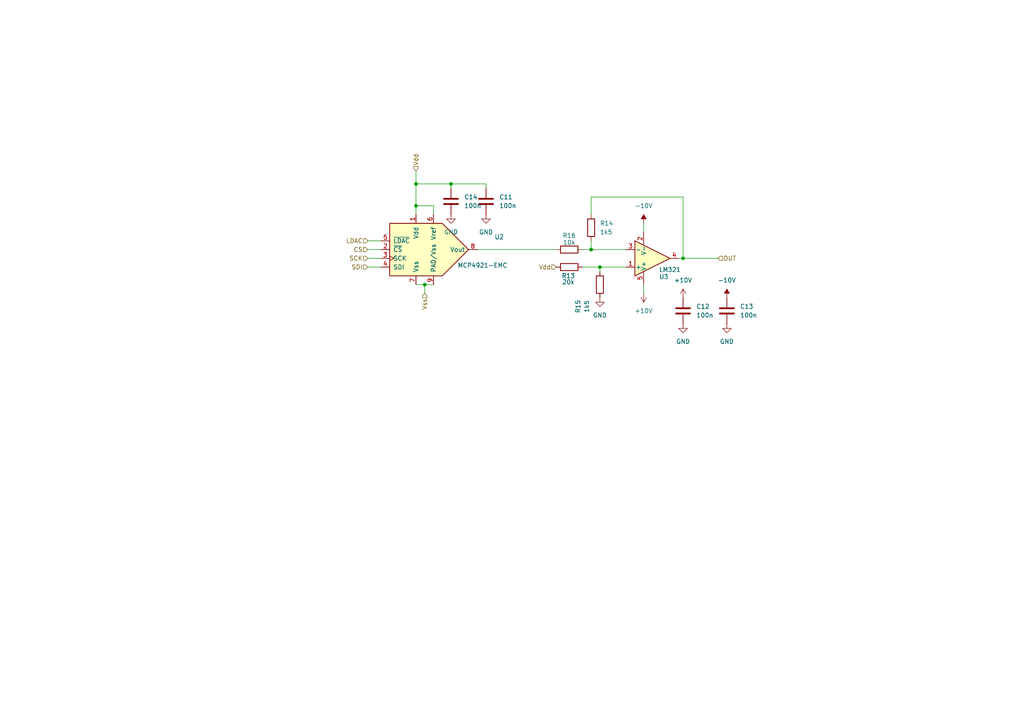
<source format=kicad_sch>
(kicad_sch (version 20231120) (generator "eeschema") (generator_version "8.0")
  (paper "A4")
  (lib_symbols
    (symbol "Amplifier_Operational:LM321" (pin_names (offset 0.127))
      (property "Reference" "U" (at 0 7.62 0))
      (property "Value" "LM321" (at 0 5.08 0))
      (symbol "LM321_0_1"
        (polyline (pts (xy -5.08 5.08) (xy 5.08 0) (xy -5.08 -5.08) (xy -5.08 5.08)) (stroke (width 0.254)) (fill (type background)))
      )
      (symbol "LM321_1_1"
        (pin input line (at -7.62 2.54 0) (length 2.54) (name "+") (number "1"))
        (pin power_in line (at -2.54 -7.62 90) (length 3.81) (name "V-") (number "2"))
        (pin input line (at -7.62 -2.54 0) (length 2.54) (name "-") (number "3"))
        (pin output line (at 7.62 0 180) (length 2.54) (name "~") (number "4"))
        (pin power_in line (at -2.54 7.62 270) (length 3.81) (name "V+") (number "5"))
      )
    )
    (symbol "Analog_DAC:MCP4921-EMC" (pin_names (offset 1.016))
      (property "Reference" "U" (at 6.35 10.795 0))
      (property "Value" "MCP4921-EMC" (at 6.35 8.89 0))
      (symbol "MCP4921-EMC_0_0"
        (polyline (pts (xy 15.24 0) (xy 7.62 7.62) (xy -7.62 7.62) (xy -7.62 -7.62) (xy 7.62 -7.62) (xy 15.24 0)) (stroke (width 0.254)) (fill (type background)))
      )
      (symbol "MCP4921-EMC_1_1"
        (pin power_in line (at 0 10.16 270) (length 2.54) (name "Vdd") (number "1"))
        (pin input line (at -10.16 0 0) (length 2.54) (name "~{CS}") (number "2"))
        (pin input clock (at -10.16 -2.54 0) (length 2.54) (name "SCK") (number "3"))
        (pin input line (at -10.16 -5.08 0) (length 2.54) (name "SDI") (number "4"))
        (pin input line (at -10.16 2.54 0) (length 2.54) (name "~{LDAC}") (number "5"))
        (pin power_in line (at 5.08 10.16 270) (length 2.54) (name "Vref") (number "6"))
        (pin power_in line (at 0 -10.16 90) (length 2.54) (name "Vss") (number "7"))
        (pin output line (at 17.78 0 180) (length 2.54) (name "Vout") (number "8"))
        (pin power_in line (at 5.08 -10.16 90) (length 2.54) (name "PAD/Vss") (number "9"))
      )
    )
    (symbol "Device:C" (pin_numbers hide) (pin_names (offset 0.254))
      (property "Reference" "C" (at 0.635 2.54 0))
      (property "Value" "C" (at 0.635 -2.54 0))
      (symbol "C_0_1"
        (polyline (pts (xy -2.032 -0.762) (xy 2.032 -0.762)) (stroke (width 0.508)))
        (polyline (pts (xy -2.032 0.762) (xy 2.032 0.762)) (stroke (width 0.508)))
      )
      (symbol "C_1_1"
        (pin passive line (at 0 3.81 270) (length 2.794) (name "~") (number "1"))
        (pin passive line (at 0 -3.81 90) (length 2.794) (name "~") (number "2"))
      )
    )
    (symbol "Device:R" (pin_numbers hide) (pin_names (offset 0))
      (property "Reference" "R" (at 2.032 0 90))
      (property "Value" "R" (at 0 0 90))
      (symbol "R_0_1"
        (rectangle (start -1.016 -2.54) (end 1.016 2.54) (stroke (width 0.254)))
      )
      (symbol "R_1_1"
        (pin passive line (at 0 3.81 270) (length 1.27) (name "~") (number "1"))
        (pin passive line (at 0 -3.81 90) (length 1.27) (name "~") (number "2"))
      )
    )
    (symbol "power:+10V" (power) (pin_numbers hide) (pin_names (offset 0) hide)
      (property "Value" "+10V" (at 0 3.556 0))
      (symbol "+10V_0_1"
        (polyline (pts (xy -0.762 1.27) (xy 0 2.54)))
        (polyline (pts (xy 0 0) (xy 0 2.54)))
        (polyline (pts (xy 0 2.54) (xy 0.762 1.27)))
      )
      (symbol "+10V_1_1"
        (pin power_in line (at 0 0 90) (length 0) (name "~") (number "1"))
      )
    )
    (symbol "power:-10V" (power) (pin_numbers hide) (pin_names (offset 0) hide)
      (property "Value" "-10V" (at 0 3.556 0))
      (symbol "-10V_0_0"
        (pin power_in line (at 0 0 90) (length 0) (name "~") (number "1"))
      )
      (symbol "-10V_0_1"
        (polyline (pts (xy 0 0) (xy 0 1.27) (xy 0.762 1.27) (xy 0 2.54) (xy -0.762 1.27) (xy 0 1.27)) (fill (type outline)))
      )
    )
    (symbol "power:GND" (power) (pin_numbers hide) (pin_names (offset 0) hide)
      (property "Value" "GND" (at 0 -3.81 0))
      (symbol "GND_0_1"
        (polyline (pts (xy 0 0) (xy 0 -1.27) (xy 1.27 -1.27) (xy 0 -2.54) (xy -1.27 -1.27) (xy 0 -1.27)))
      )
      (symbol "GND_1_1"
        (pin power_in line (at 0 0 270) (length 0) (name "~") (number "1"))
      )
    )
  )
  (junction (at 123.19 82.55))
  (junction (at 120.65 53.34))
  (junction (at 173.99 77.47))
  (junction (at 120.65 59.69))
  (junction (at 171.45 72.39))
  (junction (at 130.81 53.34))
  (junction (at 198.12 74.93))
  (wire (pts (xy 120.65 53.34) (xy 120.65 59.69)))
  (wire (pts (xy 120.65 49.53) (xy 120.65 53.34)))
  (wire (pts (xy 186.69 67.31) (xy 186.69 64.77)))
  (wire (pts (xy 168.91 72.39) (xy 171.45 72.39)))
  (wire (pts (xy 123.19 85.09) (xy 123.19 82.55)))
  (wire (pts (xy 171.45 57.15) (xy 198.12 57.15)))
  (wire (pts (xy 120.65 59.69) (xy 120.65 62.23)))
  (wire (pts (xy 173.99 77.47) (xy 181.61 77.47)))
  (wire (pts (xy 173.99 77.47) (xy 173.99 78.74)))
  (wire (pts (xy 198.12 74.93) (xy 208.28 74.93)))
  (wire (pts (xy 171.45 62.23) (xy 171.45 57.15)))
  (wire (pts (xy 123.19 82.55) (xy 120.65 82.55)))
  (wire (pts (xy 106.68 77.47) (xy 110.49 77.47)))
  (wire (pts (xy 186.69 85.09) (xy 186.69 82.55)))
  (wire (pts (xy 171.45 69.85) (xy 171.45 72.39)))
  (wire (pts (xy 106.68 72.39) (xy 110.49 72.39)))
  (wire (pts (xy 125.73 59.69) (xy 120.65 59.69)))
  (wire (pts (xy 123.19 82.55) (xy 125.73 82.55)))
  (wire (pts (xy 196.85 74.93) (xy 198.12 74.93)))
  (wire (pts (xy 130.81 53.34) (xy 120.65 53.34)))
  (wire (pts (xy 138.43 72.39) (xy 161.29 72.39)))
  (wire (pts (xy 140.97 54.61) (xy 140.97 53.34)))
  (wire (pts (xy 125.73 62.23) (xy 125.73 59.69)))
  (wire (pts (xy 171.45 72.39) (xy 181.61 72.39)))
  (wire (pts (xy 140.97 53.34) (xy 130.81 53.34)))
  (wire (pts (xy 198.12 57.15) (xy 198.12 74.93)))
  (wire (pts (xy 168.91 77.47) (xy 173.99 77.47)))
  (wire (pts (xy 130.81 53.34) (xy 130.81 54.61)))
  (wire (pts (xy 106.68 69.85) (xy 110.49 69.85)))
  (wire (pts (xy 106.68 74.93) (xy 110.49 74.93)))
  (hierarchical_label "Vdd" (shape input) (at 120.65 49.53 90))
  (hierarchical_label "LDAC" (shape input) (at 106.68 69.85 180))
  (hierarchical_label "SDI" (shape input) (at 106.68 77.47 180))
  (hierarchical_label "OUT" (shape input) (at 208.28 74.93 0))
  (hierarchical_label "SCK" (shape input) (at 106.68 74.93 180))
  (hierarchical_label "Vdd" (shape input) (at 161.29 77.47 180))
  (hierarchical_label "CS" (shape input) (at 106.68 72.39 180))
  (hierarchical_label "Vss" (shape input) (at 123.19 85.09 270))
  (symbol (lib_id "power:GND") (at 173.99 86.36 0) (unit 1)
    (property "Reference" "#PWR045" (effects (hide yes)))
    (property "Value" "GND" (at 173.99 91.44 0))
    (property "Description" "Power symbol creates a global label with name \"GND\" , ground" (effects (hide yes)))
    (instances (project "FunctionGenerator" (path "" (reference "#PWR045") (unit 1)) (path "" (reference "#PWR034") (unit 1))))
  )
  (symbol (lib_id "Device:R") (at 171.45 66.04 180) (unit 1)
    (property "Reference" "R14" (at 173.99 64.7699 0) (effects (justify right)))
    (property "Value" "1k5" (at 173.99 67.3099 0) (effects (justify right)))
    (property "Description" "Resistor" (effects (hide yes)))
    (instances (project "FunctionGenerator" (path "" (reference "R14") (unit 1)) (path "" (reference "R18") (unit 1))))
  )
  (symbol (lib_id "power:GND") (at 198.12 93.98 0) (unit 1)
    (property "Reference" "#PWR037" (effects (hide yes)))
    (property "Value" "GND" (at 198.12 99.06 0))
    (property "Description" "Power symbol creates a global label with name \"GND\" , ground" (effects (hide yes)))
    (instances (project "FunctionGenerator" (path "" (reference "#PWR037") (unit 1)) (path "" (reference "#PWR049") (unit 1))))
  )
  (symbol (lib_id "Device:C") (at 130.81 58.42 0) (unit 1)
    (property "Reference" "C14" (at 134.62 57.1499 0) (effects (justify left)))
    (property "Value" "100n" (at 134.62 59.6899 0) (effects (justify left)))
    (property "Description" "Unpolarized capacitor" (effects (hide yes)))
    (instances (project "FunctionGenerator" (path "" (reference "C14") (unit 1)) (path "" (reference "C10") (unit 1))))
  )
  (symbol (lib_id "power:+10V") (at 198.12 86.36 0) (mirror y) (unit 1)
    (property "Reference" "#PWR039" (effects (hide yes)))
    (property "Value" "+10V" (at 198.12 81.28 0))
    (property "Description" "Power symbol creates a global label with name \"+10V\"" (effects (hide yes)))
    (instances (project "FunctionGenerator" (path "" (reference "#PWR039") (unit 1)) (path "" (reference "#PWR048") (unit 1))))
  )
  (symbol (lib_id "Amplifier_Operational:LM321") (at 189.23 74.93 0) (mirror x) (unit 1)
    (property "Reference" "U3" (at 192.532 80.264 0))
    (property "Value" "LM321" (at 194.31 78.232 0))
    (property "Footprint" "Package_TO_SOT_SMD:SOT-23-5" (effects (hide yes)))
    (property "Datasheet" "http://www.ti.com/lit/ds/symlink/lm321.pdf" (effects (hide yes)))
    (instances (project "FunctionGenerator" (path "" (reference "U3") (unit 1)) (path "" (reference "U5") (unit 1))))
  )
  (symbol (lib_id "Device:C") (at 140.97 58.42 0) (unit 1)
    (property "Reference" "C11" (at 144.78 57.1499 0) (effects (justify left)))
    (property "Value" "100n" (at 144.78 59.6899 0) (effects (justify left)))
    (property "Description" "Unpolarized capacitor" (effects (hide yes)))
    (instances (project "FunctionGenerator" (path "" (reference "C11") (unit 1)) (path "" (reference "C15") (unit 1))))
  )
  (symbol (lib_id "Device:R") (at 165.1 72.39 90) (unit 1)
    (property "Reference" "R16" (at 165.1 68.326 90))
    (property "Value" "10k" (at 165.1 70.358 90))
    (property "Description" "Resistor" (effects (hide yes)))
    (instances (project "FunctionGenerator" (path "" (reference "R16") (unit 1)) (path "" (reference "R12") (unit 1))))
  )
  (symbol (lib_id "Device:R") (at 173.99 82.55 180) (unit 1)
    (property "Reference" "R15" (at 167.64 88.9 90))
    (property "Value" "1k5" (at 170.18 88.9 90))
    (property "Description" "Resistor" (effects (hide yes)))
    (instances (project "FunctionGenerator" (path "" (reference "R15") (unit 1)) (path "" (reference "R19") (unit 1))))
  )
  (symbol (lib_id "Device:C") (at 210.82 90.17 0) (unit 1)
    (property "Reference" "C13" (at 214.63 88.8999 0) (effects (justify left)))
    (property "Value" "100n" (at 214.63 91.4399 0) (effects (justify left)))
    (property "Description" "Unpolarized capacitor" (effects (hide yes)))
    (instances (project "FunctionGenerator" (path "" (reference "C13") (unit 1)) (path "" (reference "C17") (unit 1))))
  )
  (symbol (lib_id "Device:R") (at 165.1 77.47 90) (unit 1)
    (property "Reference" "R13" (at 164.846 80.01 90))
    (property "Value" "20k" (at 164.846 81.788 90))
    (property "Description" "Resistor" (effects (hide yes)))
    (instances (project "FunctionGenerator" (path "" (reference "R13") (unit 1)) (path "" (reference "R17") (unit 1))))
  )
  (symbol (lib_id "power:GND") (at 210.82 93.98 0) (unit 1)
    (property "Reference" "#PWR038" (effects (hide yes)))
    (property "Value" "GND" (at 210.82 99.06 0))
    (property "Description" "Power symbol creates a global label with name \"GND\" , ground" (effects (hide yes)))
    (instances (project "FunctionGenerator" (path "" (reference "#PWR038") (unit 1)) (path "" (reference "#PWR053") (unit 1))))
  )
  (symbol (lib_id "power:-10V") (at 186.69 64.77 0) (mirror y) (unit 1)
    (property "Reference" "#PWR046" (effects (hide yes)))
    (property "Value" "-10V" (at 186.69 59.69 0))
    (property "Description" "Power symbol creates a global label with name \"-10V\"" (effects (hide yes)))
    (instances (project "FunctionGenerator" (path "" (reference "#PWR046") (unit 1)) (path "" (reference "#PWR033") (unit 1))))
  )
  (symbol (lib_id "power:-10V") (at 210.82 86.36 0) (mirror y) (unit 1)
    (property "Reference" "#PWR040" (effects (hide yes)))
    (property "Value" "-10V" (at 210.82 81.28 0))
    (property "Description" "Power symbol creates a global label with name \"-10V\"" (effects (hide yes)))
    (instances (project "FunctionGenerator" (path "" (reference "#PWR040") (unit 1)) (path "" (reference "#PWR052") (unit 1))))
  )
  (symbol (lib_id "Device:C") (at 198.12 90.17 0) (unit 1)
    (property "Reference" "C12" (at 201.93 88.8999 0) (effects (justify left)))
    (property "Value" "100n" (at 201.93 91.4399 0) (effects (justify left)))
    (property "Description" "Unpolarized capacitor" (effects (hide yes)))
    (instances (project "FunctionGenerator" (path "" (reference "C12") (unit 1)) (path "" (reference "C16") (unit 1))))
  )
  (symbol (lib_id "Analog_DAC:MCP4921-EMC") (at 120.65 72.39 0) (unit 1)
    (property "Reference" "U2" (at 144.78 68.742 0))
    (property "Value" "MCP4921-EMC" (at 139.954 76.962 0))
    (property "Footprint" "Package_DFN_QFN:DFN-8-1EP_3x2mm_P0.5mm_EP1.75x1.45mm" (effects (hide yes)))
    (property "Datasheet" "http://ww1.microchip.com/downloads/en/DeviceDoc/22248a.pdf" (effects (hide yes)))
    (property "Description" "12-Bit D/A Converters with SPI Interface" (effects (hide yes)))
    (instances (project "FunctionGenerator" (path "" (reference "U2") (unit 1)) (path "" (reference "U4") (unit 1))))
  )
  (symbol (lib_id "power:+10V") (at 186.69 85.09 0) (mirror x) (unit 1)
    (property "Reference" "#PWR047" (effects (hide yes)))
    (property "Value" "+10V" (at 186.69 90.17 0))
    (property "Description" "Power symbol creates a global label with name \"+10V\"" (effects (hide yes)))
    (instances (project "FunctionGenerator" (path "" (reference "#PWR047") (unit 1)) (path "" (reference "#PWR032") (unit 1))))
  )
  (symbol (lib_id "power:GND") (at 140.97 62.23 0) (unit 1)
    (property "Reference" "#PWR036" (effects (hide yes)))
    (property "Value" "GND" (at 140.97 67.31 0))
    (property "Description" "Power symbol creates a global label with name \"GND\" , ground" (effects (hide yes)))
    (instances (project "FunctionGenerator" (path "" (reference "#PWR036") (unit 1)) (path "" (reference "#PWR044") (unit 1))))
  )
  (symbol (lib_id "power:GND") (at 130.81 62.23 0) (unit 1)
    (property "Reference" "#PWR035" (effects (hide yes)))
    (property "Value" "GND" (at 130.81 67.31 0))
    (property "Description" "Power symbol creates a global label with name \"GND\" , ground" (effects (hide yes)))
    (instances (project "FunctionGenerator" (path "" (reference "#PWR035") (unit 1)) (path "" (reference "#PWR043") (unit 1))))
  )
)
</source>
